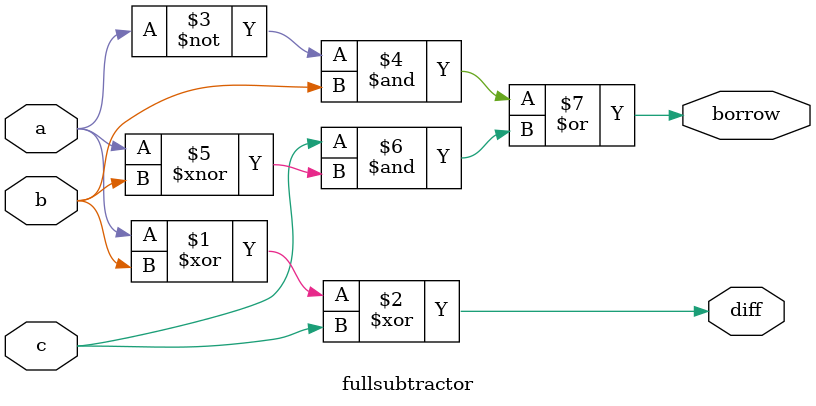
<source format=v>
`timescale 1ns / 1ps
module fullsubtractor(input a,b,c,output wire diff,borrow );
assign diff=a^b^c;
//assign borrow=(b&c)|((b^c)&~a);
assign borrow=(~a&b)|(c&(a~^b));
endmodule

</source>
